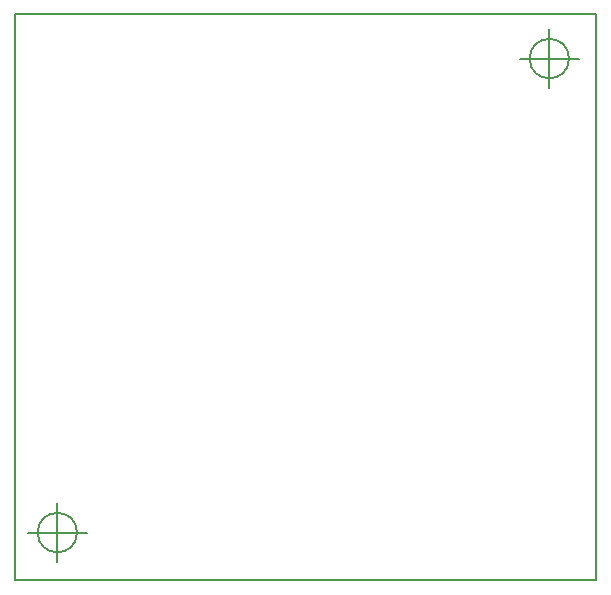
<source format=gbr>
G04 #@! TF.FileFunction,Other,User*
%FSLAX46Y46*%
G04 Gerber Fmt 4.6, Leading zero omitted, Abs format (unit mm)*
G04 Created by KiCad (PCBNEW 4.0.2-4+6225~38~ubuntu14.04.1-stable) date Fri 13 May 2016 19:11:25 BST*
%MOMM*%
G01*
G04 APERTURE LIST*
%ADD10C,0.100000*%
%ADD11C,0.150000*%
G04 APERTURE END LIST*
D10*
D11*
X75192000Y-113481000D02*
X75319000Y-113481000D01*
X75192000Y-65602000D02*
X75192000Y-113481000D01*
X124341000Y-65602000D02*
X75192000Y-65602000D01*
X124341000Y-113481000D02*
X124341000Y-65602000D01*
X75319000Y-113481000D02*
X124341000Y-113481000D01*
X80406666Y-109474000D02*
G75*
G03X80406666Y-109474000I-1666666J0D01*
G01*
X76240000Y-109474000D02*
X81240000Y-109474000D01*
X78740000Y-106974000D02*
X78740000Y-111974000D01*
X122062666Y-69342000D02*
G75*
G03X122062666Y-69342000I-1666666J0D01*
G01*
X117896000Y-69342000D02*
X122896000Y-69342000D01*
X120396000Y-66842000D02*
X120396000Y-71842000D01*
M02*

</source>
